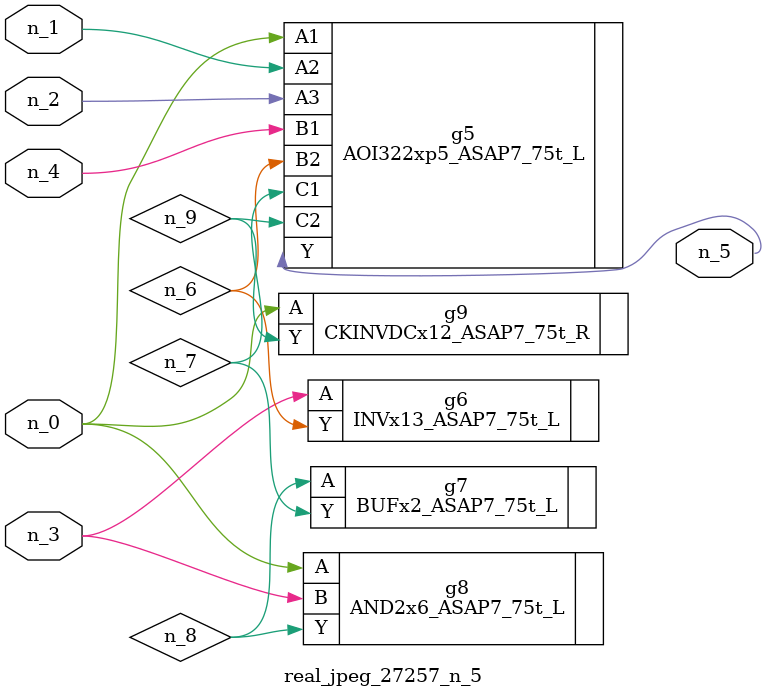
<source format=v>
module real_jpeg_27257_n_5 (n_4, n_0, n_1, n_2, n_3, n_5);

input n_4;
input n_0;
input n_1;
input n_2;
input n_3;

output n_5;

wire n_8;
wire n_6;
wire n_7;
wire n_9;

AOI322xp5_ASAP7_75t_L g5 ( 
.A1(n_0),
.A2(n_1),
.A3(n_2),
.B1(n_4),
.B2(n_6),
.C1(n_7),
.C2(n_9),
.Y(n_5)
);

AND2x6_ASAP7_75t_L g8 ( 
.A(n_0),
.B(n_3),
.Y(n_8)
);

CKINVDCx12_ASAP7_75t_R g9 ( 
.A(n_0),
.Y(n_9)
);

INVx13_ASAP7_75t_L g6 ( 
.A(n_3),
.Y(n_6)
);

BUFx2_ASAP7_75t_L g7 ( 
.A(n_8),
.Y(n_7)
);


endmodule
</source>
